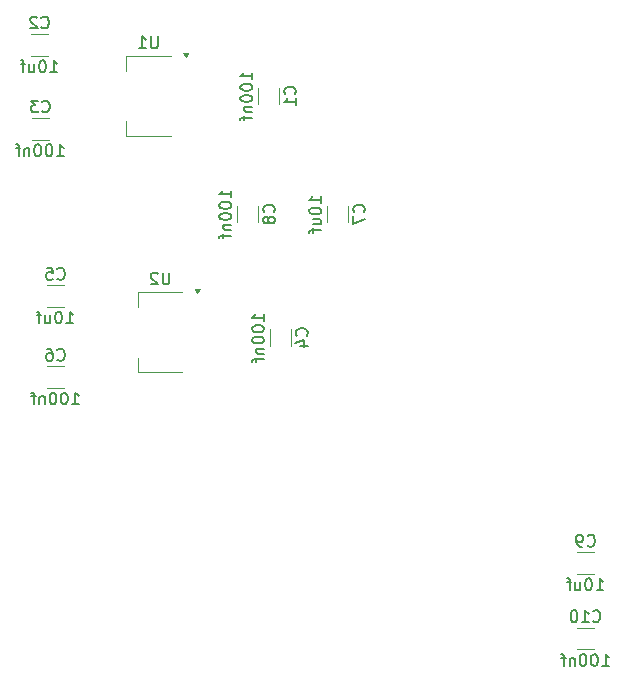
<source format=gbr>
%TF.GenerationSoftware,KiCad,Pcbnew,8.0.3*%
%TF.CreationDate,2024-11-03T20:36:31+01:00*%
%TF.ProjectId,weerstation-power,77656572-7374-4617-9469-6f6e2d706f77,rev?*%
%TF.SameCoordinates,Original*%
%TF.FileFunction,Legend,Bot*%
%TF.FilePolarity,Positive*%
%FSLAX46Y46*%
G04 Gerber Fmt 4.6, Leading zero omitted, Abs format (unit mm)*
G04 Created by KiCad (PCBNEW 8.0.3) date 2024-11-03 20:36:31*
%MOMM*%
%LPD*%
G01*
G04 APERTURE LIST*
%ADD10C,0.150000*%
%ADD11C,0.120000*%
G04 APERTURE END LIST*
D10*
X62209580Y-55833333D02*
X62257200Y-55785714D01*
X62257200Y-55785714D02*
X62304819Y-55642857D01*
X62304819Y-55642857D02*
X62304819Y-55547619D01*
X62304819Y-55547619D02*
X62257200Y-55404762D01*
X62257200Y-55404762D02*
X62161961Y-55309524D01*
X62161961Y-55309524D02*
X62066723Y-55261905D01*
X62066723Y-55261905D02*
X61876247Y-55214286D01*
X61876247Y-55214286D02*
X61733390Y-55214286D01*
X61733390Y-55214286D02*
X61542914Y-55261905D01*
X61542914Y-55261905D02*
X61447676Y-55309524D01*
X61447676Y-55309524D02*
X61352438Y-55404762D01*
X61352438Y-55404762D02*
X61304819Y-55547619D01*
X61304819Y-55547619D02*
X61304819Y-55642857D01*
X61304819Y-55642857D02*
X61352438Y-55785714D01*
X61352438Y-55785714D02*
X61400057Y-55833333D01*
X61304819Y-56166667D02*
X61304819Y-56833333D01*
X61304819Y-56833333D02*
X62304819Y-56404762D01*
X58604819Y-55071428D02*
X58604819Y-54500000D01*
X58604819Y-54785714D02*
X57604819Y-54785714D01*
X57604819Y-54785714D02*
X57747676Y-54690476D01*
X57747676Y-54690476D02*
X57842914Y-54595238D01*
X57842914Y-54595238D02*
X57890533Y-54500000D01*
X57604819Y-55690476D02*
X57604819Y-55785714D01*
X57604819Y-55785714D02*
X57652438Y-55880952D01*
X57652438Y-55880952D02*
X57700057Y-55928571D01*
X57700057Y-55928571D02*
X57795295Y-55976190D01*
X57795295Y-55976190D02*
X57985771Y-56023809D01*
X57985771Y-56023809D02*
X58223866Y-56023809D01*
X58223866Y-56023809D02*
X58414342Y-55976190D01*
X58414342Y-55976190D02*
X58509580Y-55928571D01*
X58509580Y-55928571D02*
X58557200Y-55880952D01*
X58557200Y-55880952D02*
X58604819Y-55785714D01*
X58604819Y-55785714D02*
X58604819Y-55690476D01*
X58604819Y-55690476D02*
X58557200Y-55595238D01*
X58557200Y-55595238D02*
X58509580Y-55547619D01*
X58509580Y-55547619D02*
X58414342Y-55500000D01*
X58414342Y-55500000D02*
X58223866Y-55452381D01*
X58223866Y-55452381D02*
X57985771Y-55452381D01*
X57985771Y-55452381D02*
X57795295Y-55500000D01*
X57795295Y-55500000D02*
X57700057Y-55547619D01*
X57700057Y-55547619D02*
X57652438Y-55595238D01*
X57652438Y-55595238D02*
X57604819Y-55690476D01*
X57938152Y-56880952D02*
X58604819Y-56880952D01*
X57938152Y-56452381D02*
X58461961Y-56452381D01*
X58461961Y-56452381D02*
X58557200Y-56500000D01*
X58557200Y-56500000D02*
X58604819Y-56595238D01*
X58604819Y-56595238D02*
X58604819Y-56738095D01*
X58604819Y-56738095D02*
X58557200Y-56833333D01*
X58557200Y-56833333D02*
X58509580Y-56880952D01*
X57938152Y-57214286D02*
X57938152Y-57595238D01*
X58604819Y-57357143D02*
X57747676Y-57357143D01*
X57747676Y-57357143D02*
X57652438Y-57404762D01*
X57652438Y-57404762D02*
X57604819Y-57500000D01*
X57604819Y-57500000D02*
X57604819Y-57595238D01*
X34920666Y-40191580D02*
X34968285Y-40239200D01*
X34968285Y-40239200D02*
X35111142Y-40286819D01*
X35111142Y-40286819D02*
X35206380Y-40286819D01*
X35206380Y-40286819D02*
X35349237Y-40239200D01*
X35349237Y-40239200D02*
X35444475Y-40143961D01*
X35444475Y-40143961D02*
X35492094Y-40048723D01*
X35492094Y-40048723D02*
X35539713Y-39858247D01*
X35539713Y-39858247D02*
X35539713Y-39715390D01*
X35539713Y-39715390D02*
X35492094Y-39524914D01*
X35492094Y-39524914D02*
X35444475Y-39429676D01*
X35444475Y-39429676D02*
X35349237Y-39334438D01*
X35349237Y-39334438D02*
X35206380Y-39286819D01*
X35206380Y-39286819D02*
X35111142Y-39286819D01*
X35111142Y-39286819D02*
X34968285Y-39334438D01*
X34968285Y-39334438D02*
X34920666Y-39382057D01*
X34539713Y-39382057D02*
X34492094Y-39334438D01*
X34492094Y-39334438D02*
X34396856Y-39286819D01*
X34396856Y-39286819D02*
X34158761Y-39286819D01*
X34158761Y-39286819D02*
X34063523Y-39334438D01*
X34063523Y-39334438D02*
X34015904Y-39382057D01*
X34015904Y-39382057D02*
X33968285Y-39477295D01*
X33968285Y-39477295D02*
X33968285Y-39572533D01*
X33968285Y-39572533D02*
X34015904Y-39715390D01*
X34015904Y-39715390D02*
X34587332Y-40286819D01*
X34587332Y-40286819D02*
X33968285Y-40286819D01*
X35682571Y-43986819D02*
X36253999Y-43986819D01*
X35968285Y-43986819D02*
X35968285Y-42986819D01*
X35968285Y-42986819D02*
X36063523Y-43129676D01*
X36063523Y-43129676D02*
X36158761Y-43224914D01*
X36158761Y-43224914D02*
X36253999Y-43272533D01*
X35063523Y-42986819D02*
X34968285Y-42986819D01*
X34968285Y-42986819D02*
X34873047Y-43034438D01*
X34873047Y-43034438D02*
X34825428Y-43082057D01*
X34825428Y-43082057D02*
X34777809Y-43177295D01*
X34777809Y-43177295D02*
X34730190Y-43367771D01*
X34730190Y-43367771D02*
X34730190Y-43605866D01*
X34730190Y-43605866D02*
X34777809Y-43796342D01*
X34777809Y-43796342D02*
X34825428Y-43891580D01*
X34825428Y-43891580D02*
X34873047Y-43939200D01*
X34873047Y-43939200D02*
X34968285Y-43986819D01*
X34968285Y-43986819D02*
X35063523Y-43986819D01*
X35063523Y-43986819D02*
X35158761Y-43939200D01*
X35158761Y-43939200D02*
X35206380Y-43891580D01*
X35206380Y-43891580D02*
X35253999Y-43796342D01*
X35253999Y-43796342D02*
X35301618Y-43605866D01*
X35301618Y-43605866D02*
X35301618Y-43367771D01*
X35301618Y-43367771D02*
X35253999Y-43177295D01*
X35253999Y-43177295D02*
X35206380Y-43082057D01*
X35206380Y-43082057D02*
X35158761Y-43034438D01*
X35158761Y-43034438D02*
X35063523Y-42986819D01*
X33873047Y-43320152D02*
X33873047Y-43986819D01*
X34301618Y-43320152D02*
X34301618Y-43843961D01*
X34301618Y-43843961D02*
X34253999Y-43939200D01*
X34253999Y-43939200D02*
X34158761Y-43986819D01*
X34158761Y-43986819D02*
X34015904Y-43986819D01*
X34015904Y-43986819D02*
X33920666Y-43939200D01*
X33920666Y-43939200D02*
X33873047Y-43891580D01*
X33539713Y-43320152D02*
X33158761Y-43320152D01*
X33396856Y-43986819D02*
X33396856Y-43129676D01*
X33396856Y-43129676D02*
X33349237Y-43034438D01*
X33349237Y-43034438D02*
X33253999Y-42986819D01*
X33253999Y-42986819D02*
X33158761Y-42986819D01*
X36276666Y-61461580D02*
X36324285Y-61509200D01*
X36324285Y-61509200D02*
X36467142Y-61556819D01*
X36467142Y-61556819D02*
X36562380Y-61556819D01*
X36562380Y-61556819D02*
X36705237Y-61509200D01*
X36705237Y-61509200D02*
X36800475Y-61413961D01*
X36800475Y-61413961D02*
X36848094Y-61318723D01*
X36848094Y-61318723D02*
X36895713Y-61128247D01*
X36895713Y-61128247D02*
X36895713Y-60985390D01*
X36895713Y-60985390D02*
X36848094Y-60794914D01*
X36848094Y-60794914D02*
X36800475Y-60699676D01*
X36800475Y-60699676D02*
X36705237Y-60604438D01*
X36705237Y-60604438D02*
X36562380Y-60556819D01*
X36562380Y-60556819D02*
X36467142Y-60556819D01*
X36467142Y-60556819D02*
X36324285Y-60604438D01*
X36324285Y-60604438D02*
X36276666Y-60652057D01*
X35371904Y-60556819D02*
X35848094Y-60556819D01*
X35848094Y-60556819D02*
X35895713Y-61033009D01*
X35895713Y-61033009D02*
X35848094Y-60985390D01*
X35848094Y-60985390D02*
X35752856Y-60937771D01*
X35752856Y-60937771D02*
X35514761Y-60937771D01*
X35514761Y-60937771D02*
X35419523Y-60985390D01*
X35419523Y-60985390D02*
X35371904Y-61033009D01*
X35371904Y-61033009D02*
X35324285Y-61128247D01*
X35324285Y-61128247D02*
X35324285Y-61366342D01*
X35324285Y-61366342D02*
X35371904Y-61461580D01*
X35371904Y-61461580D02*
X35419523Y-61509200D01*
X35419523Y-61509200D02*
X35514761Y-61556819D01*
X35514761Y-61556819D02*
X35752856Y-61556819D01*
X35752856Y-61556819D02*
X35848094Y-61509200D01*
X35848094Y-61509200D02*
X35895713Y-61461580D01*
X37038571Y-65256819D02*
X37609999Y-65256819D01*
X37324285Y-65256819D02*
X37324285Y-64256819D01*
X37324285Y-64256819D02*
X37419523Y-64399676D01*
X37419523Y-64399676D02*
X37514761Y-64494914D01*
X37514761Y-64494914D02*
X37609999Y-64542533D01*
X36419523Y-64256819D02*
X36324285Y-64256819D01*
X36324285Y-64256819D02*
X36229047Y-64304438D01*
X36229047Y-64304438D02*
X36181428Y-64352057D01*
X36181428Y-64352057D02*
X36133809Y-64447295D01*
X36133809Y-64447295D02*
X36086190Y-64637771D01*
X36086190Y-64637771D02*
X36086190Y-64875866D01*
X36086190Y-64875866D02*
X36133809Y-65066342D01*
X36133809Y-65066342D02*
X36181428Y-65161580D01*
X36181428Y-65161580D02*
X36229047Y-65209200D01*
X36229047Y-65209200D02*
X36324285Y-65256819D01*
X36324285Y-65256819D02*
X36419523Y-65256819D01*
X36419523Y-65256819D02*
X36514761Y-65209200D01*
X36514761Y-65209200D02*
X36562380Y-65161580D01*
X36562380Y-65161580D02*
X36609999Y-65066342D01*
X36609999Y-65066342D02*
X36657618Y-64875866D01*
X36657618Y-64875866D02*
X36657618Y-64637771D01*
X36657618Y-64637771D02*
X36609999Y-64447295D01*
X36609999Y-64447295D02*
X36562380Y-64352057D01*
X36562380Y-64352057D02*
X36514761Y-64304438D01*
X36514761Y-64304438D02*
X36419523Y-64256819D01*
X35229047Y-64590152D02*
X35229047Y-65256819D01*
X35657618Y-64590152D02*
X35657618Y-65113961D01*
X35657618Y-65113961D02*
X35609999Y-65209200D01*
X35609999Y-65209200D02*
X35514761Y-65256819D01*
X35514761Y-65256819D02*
X35371904Y-65256819D01*
X35371904Y-65256819D02*
X35276666Y-65209200D01*
X35276666Y-65209200D02*
X35229047Y-65161580D01*
X34895713Y-64590152D02*
X34514761Y-64590152D01*
X34752856Y-65256819D02*
X34752856Y-64399676D01*
X34752856Y-64399676D02*
X34705237Y-64304438D01*
X34705237Y-64304438D02*
X34609999Y-64256819D01*
X34609999Y-64256819D02*
X34514761Y-64256819D01*
X44761904Y-40954819D02*
X44761904Y-41764342D01*
X44761904Y-41764342D02*
X44714285Y-41859580D01*
X44714285Y-41859580D02*
X44666666Y-41907200D01*
X44666666Y-41907200D02*
X44571428Y-41954819D01*
X44571428Y-41954819D02*
X44380952Y-41954819D01*
X44380952Y-41954819D02*
X44285714Y-41907200D01*
X44285714Y-41907200D02*
X44238095Y-41859580D01*
X44238095Y-41859580D02*
X44190476Y-41764342D01*
X44190476Y-41764342D02*
X44190476Y-40954819D01*
X43190476Y-41954819D02*
X43761904Y-41954819D01*
X43476190Y-41954819D02*
X43476190Y-40954819D01*
X43476190Y-40954819D02*
X43571428Y-41097676D01*
X43571428Y-41097676D02*
X43666666Y-41192914D01*
X43666666Y-41192914D02*
X43761904Y-41240533D01*
X54589580Y-55833333D02*
X54637200Y-55785714D01*
X54637200Y-55785714D02*
X54684819Y-55642857D01*
X54684819Y-55642857D02*
X54684819Y-55547619D01*
X54684819Y-55547619D02*
X54637200Y-55404762D01*
X54637200Y-55404762D02*
X54541961Y-55309524D01*
X54541961Y-55309524D02*
X54446723Y-55261905D01*
X54446723Y-55261905D02*
X54256247Y-55214286D01*
X54256247Y-55214286D02*
X54113390Y-55214286D01*
X54113390Y-55214286D02*
X53922914Y-55261905D01*
X53922914Y-55261905D02*
X53827676Y-55309524D01*
X53827676Y-55309524D02*
X53732438Y-55404762D01*
X53732438Y-55404762D02*
X53684819Y-55547619D01*
X53684819Y-55547619D02*
X53684819Y-55642857D01*
X53684819Y-55642857D02*
X53732438Y-55785714D01*
X53732438Y-55785714D02*
X53780057Y-55833333D01*
X54113390Y-56404762D02*
X54065771Y-56309524D01*
X54065771Y-56309524D02*
X54018152Y-56261905D01*
X54018152Y-56261905D02*
X53922914Y-56214286D01*
X53922914Y-56214286D02*
X53875295Y-56214286D01*
X53875295Y-56214286D02*
X53780057Y-56261905D01*
X53780057Y-56261905D02*
X53732438Y-56309524D01*
X53732438Y-56309524D02*
X53684819Y-56404762D01*
X53684819Y-56404762D02*
X53684819Y-56595238D01*
X53684819Y-56595238D02*
X53732438Y-56690476D01*
X53732438Y-56690476D02*
X53780057Y-56738095D01*
X53780057Y-56738095D02*
X53875295Y-56785714D01*
X53875295Y-56785714D02*
X53922914Y-56785714D01*
X53922914Y-56785714D02*
X54018152Y-56738095D01*
X54018152Y-56738095D02*
X54065771Y-56690476D01*
X54065771Y-56690476D02*
X54113390Y-56595238D01*
X54113390Y-56595238D02*
X54113390Y-56404762D01*
X54113390Y-56404762D02*
X54161009Y-56309524D01*
X54161009Y-56309524D02*
X54208628Y-56261905D01*
X54208628Y-56261905D02*
X54303866Y-56214286D01*
X54303866Y-56214286D02*
X54494342Y-56214286D01*
X54494342Y-56214286D02*
X54589580Y-56261905D01*
X54589580Y-56261905D02*
X54637200Y-56309524D01*
X54637200Y-56309524D02*
X54684819Y-56404762D01*
X54684819Y-56404762D02*
X54684819Y-56595238D01*
X54684819Y-56595238D02*
X54637200Y-56690476D01*
X54637200Y-56690476D02*
X54589580Y-56738095D01*
X54589580Y-56738095D02*
X54494342Y-56785714D01*
X54494342Y-56785714D02*
X54303866Y-56785714D01*
X54303866Y-56785714D02*
X54208628Y-56738095D01*
X54208628Y-56738095D02*
X54161009Y-56690476D01*
X54161009Y-56690476D02*
X54113390Y-56595238D01*
X50984819Y-54595237D02*
X50984819Y-54023809D01*
X50984819Y-54309523D02*
X49984819Y-54309523D01*
X49984819Y-54309523D02*
X50127676Y-54214285D01*
X50127676Y-54214285D02*
X50222914Y-54119047D01*
X50222914Y-54119047D02*
X50270533Y-54023809D01*
X49984819Y-55214285D02*
X49984819Y-55309523D01*
X49984819Y-55309523D02*
X50032438Y-55404761D01*
X50032438Y-55404761D02*
X50080057Y-55452380D01*
X50080057Y-55452380D02*
X50175295Y-55499999D01*
X50175295Y-55499999D02*
X50365771Y-55547618D01*
X50365771Y-55547618D02*
X50603866Y-55547618D01*
X50603866Y-55547618D02*
X50794342Y-55499999D01*
X50794342Y-55499999D02*
X50889580Y-55452380D01*
X50889580Y-55452380D02*
X50937200Y-55404761D01*
X50937200Y-55404761D02*
X50984819Y-55309523D01*
X50984819Y-55309523D02*
X50984819Y-55214285D01*
X50984819Y-55214285D02*
X50937200Y-55119047D01*
X50937200Y-55119047D02*
X50889580Y-55071428D01*
X50889580Y-55071428D02*
X50794342Y-55023809D01*
X50794342Y-55023809D02*
X50603866Y-54976190D01*
X50603866Y-54976190D02*
X50365771Y-54976190D01*
X50365771Y-54976190D02*
X50175295Y-55023809D01*
X50175295Y-55023809D02*
X50080057Y-55071428D01*
X50080057Y-55071428D02*
X50032438Y-55119047D01*
X50032438Y-55119047D02*
X49984819Y-55214285D01*
X49984819Y-56166666D02*
X49984819Y-56261904D01*
X49984819Y-56261904D02*
X50032438Y-56357142D01*
X50032438Y-56357142D02*
X50080057Y-56404761D01*
X50080057Y-56404761D02*
X50175295Y-56452380D01*
X50175295Y-56452380D02*
X50365771Y-56499999D01*
X50365771Y-56499999D02*
X50603866Y-56499999D01*
X50603866Y-56499999D02*
X50794342Y-56452380D01*
X50794342Y-56452380D02*
X50889580Y-56404761D01*
X50889580Y-56404761D02*
X50937200Y-56357142D01*
X50937200Y-56357142D02*
X50984819Y-56261904D01*
X50984819Y-56261904D02*
X50984819Y-56166666D01*
X50984819Y-56166666D02*
X50937200Y-56071428D01*
X50937200Y-56071428D02*
X50889580Y-56023809D01*
X50889580Y-56023809D02*
X50794342Y-55976190D01*
X50794342Y-55976190D02*
X50603866Y-55928571D01*
X50603866Y-55928571D02*
X50365771Y-55928571D01*
X50365771Y-55928571D02*
X50175295Y-55976190D01*
X50175295Y-55976190D02*
X50080057Y-56023809D01*
X50080057Y-56023809D02*
X50032438Y-56071428D01*
X50032438Y-56071428D02*
X49984819Y-56166666D01*
X50318152Y-56928571D02*
X50984819Y-56928571D01*
X50413390Y-56928571D02*
X50365771Y-56976190D01*
X50365771Y-56976190D02*
X50318152Y-57071428D01*
X50318152Y-57071428D02*
X50318152Y-57214285D01*
X50318152Y-57214285D02*
X50365771Y-57309523D01*
X50365771Y-57309523D02*
X50461009Y-57357142D01*
X50461009Y-57357142D02*
X50984819Y-57357142D01*
X50318152Y-57690476D02*
X50318152Y-58071428D01*
X50984819Y-57833333D02*
X50127676Y-57833333D01*
X50127676Y-57833333D02*
X50032438Y-57880952D01*
X50032438Y-57880952D02*
X49984819Y-57976190D01*
X49984819Y-57976190D02*
X49984819Y-58071428D01*
X57369580Y-66293333D02*
X57417200Y-66245714D01*
X57417200Y-66245714D02*
X57464819Y-66102857D01*
X57464819Y-66102857D02*
X57464819Y-66007619D01*
X57464819Y-66007619D02*
X57417200Y-65864762D01*
X57417200Y-65864762D02*
X57321961Y-65769524D01*
X57321961Y-65769524D02*
X57226723Y-65721905D01*
X57226723Y-65721905D02*
X57036247Y-65674286D01*
X57036247Y-65674286D02*
X56893390Y-65674286D01*
X56893390Y-65674286D02*
X56702914Y-65721905D01*
X56702914Y-65721905D02*
X56607676Y-65769524D01*
X56607676Y-65769524D02*
X56512438Y-65864762D01*
X56512438Y-65864762D02*
X56464819Y-66007619D01*
X56464819Y-66007619D02*
X56464819Y-66102857D01*
X56464819Y-66102857D02*
X56512438Y-66245714D01*
X56512438Y-66245714D02*
X56560057Y-66293333D01*
X56798152Y-67150476D02*
X57464819Y-67150476D01*
X56417200Y-66912381D02*
X57131485Y-66674286D01*
X57131485Y-66674286D02*
X57131485Y-67293333D01*
X53764819Y-65055237D02*
X53764819Y-64483809D01*
X53764819Y-64769523D02*
X52764819Y-64769523D01*
X52764819Y-64769523D02*
X52907676Y-64674285D01*
X52907676Y-64674285D02*
X53002914Y-64579047D01*
X53002914Y-64579047D02*
X53050533Y-64483809D01*
X52764819Y-65674285D02*
X52764819Y-65769523D01*
X52764819Y-65769523D02*
X52812438Y-65864761D01*
X52812438Y-65864761D02*
X52860057Y-65912380D01*
X52860057Y-65912380D02*
X52955295Y-65959999D01*
X52955295Y-65959999D02*
X53145771Y-66007618D01*
X53145771Y-66007618D02*
X53383866Y-66007618D01*
X53383866Y-66007618D02*
X53574342Y-65959999D01*
X53574342Y-65959999D02*
X53669580Y-65912380D01*
X53669580Y-65912380D02*
X53717200Y-65864761D01*
X53717200Y-65864761D02*
X53764819Y-65769523D01*
X53764819Y-65769523D02*
X53764819Y-65674285D01*
X53764819Y-65674285D02*
X53717200Y-65579047D01*
X53717200Y-65579047D02*
X53669580Y-65531428D01*
X53669580Y-65531428D02*
X53574342Y-65483809D01*
X53574342Y-65483809D02*
X53383866Y-65436190D01*
X53383866Y-65436190D02*
X53145771Y-65436190D01*
X53145771Y-65436190D02*
X52955295Y-65483809D01*
X52955295Y-65483809D02*
X52860057Y-65531428D01*
X52860057Y-65531428D02*
X52812438Y-65579047D01*
X52812438Y-65579047D02*
X52764819Y-65674285D01*
X52764819Y-66626666D02*
X52764819Y-66721904D01*
X52764819Y-66721904D02*
X52812438Y-66817142D01*
X52812438Y-66817142D02*
X52860057Y-66864761D01*
X52860057Y-66864761D02*
X52955295Y-66912380D01*
X52955295Y-66912380D02*
X53145771Y-66959999D01*
X53145771Y-66959999D02*
X53383866Y-66959999D01*
X53383866Y-66959999D02*
X53574342Y-66912380D01*
X53574342Y-66912380D02*
X53669580Y-66864761D01*
X53669580Y-66864761D02*
X53717200Y-66817142D01*
X53717200Y-66817142D02*
X53764819Y-66721904D01*
X53764819Y-66721904D02*
X53764819Y-66626666D01*
X53764819Y-66626666D02*
X53717200Y-66531428D01*
X53717200Y-66531428D02*
X53669580Y-66483809D01*
X53669580Y-66483809D02*
X53574342Y-66436190D01*
X53574342Y-66436190D02*
X53383866Y-66388571D01*
X53383866Y-66388571D02*
X53145771Y-66388571D01*
X53145771Y-66388571D02*
X52955295Y-66436190D01*
X52955295Y-66436190D02*
X52860057Y-66483809D01*
X52860057Y-66483809D02*
X52812438Y-66531428D01*
X52812438Y-66531428D02*
X52764819Y-66626666D01*
X53098152Y-67388571D02*
X53764819Y-67388571D01*
X53193390Y-67388571D02*
X53145771Y-67436190D01*
X53145771Y-67436190D02*
X53098152Y-67531428D01*
X53098152Y-67531428D02*
X53098152Y-67674285D01*
X53098152Y-67674285D02*
X53145771Y-67769523D01*
X53145771Y-67769523D02*
X53241009Y-67817142D01*
X53241009Y-67817142D02*
X53764819Y-67817142D01*
X53098152Y-68150476D02*
X53098152Y-68531428D01*
X53764819Y-68293333D02*
X52907676Y-68293333D01*
X52907676Y-68293333D02*
X52812438Y-68340952D01*
X52812438Y-68340952D02*
X52764819Y-68436190D01*
X52764819Y-68436190D02*
X52764819Y-68531428D01*
X45761904Y-60954819D02*
X45761904Y-61764342D01*
X45761904Y-61764342D02*
X45714285Y-61859580D01*
X45714285Y-61859580D02*
X45666666Y-61907200D01*
X45666666Y-61907200D02*
X45571428Y-61954819D01*
X45571428Y-61954819D02*
X45380952Y-61954819D01*
X45380952Y-61954819D02*
X45285714Y-61907200D01*
X45285714Y-61907200D02*
X45238095Y-61859580D01*
X45238095Y-61859580D02*
X45190476Y-61764342D01*
X45190476Y-61764342D02*
X45190476Y-60954819D01*
X44761904Y-61050057D02*
X44714285Y-61002438D01*
X44714285Y-61002438D02*
X44619047Y-60954819D01*
X44619047Y-60954819D02*
X44380952Y-60954819D01*
X44380952Y-60954819D02*
X44285714Y-61002438D01*
X44285714Y-61002438D02*
X44238095Y-61050057D01*
X44238095Y-61050057D02*
X44190476Y-61145295D01*
X44190476Y-61145295D02*
X44190476Y-61240533D01*
X44190476Y-61240533D02*
X44238095Y-61383390D01*
X44238095Y-61383390D02*
X44809523Y-61954819D01*
X44809523Y-61954819D02*
X44190476Y-61954819D01*
X36276666Y-68319580D02*
X36324285Y-68367200D01*
X36324285Y-68367200D02*
X36467142Y-68414819D01*
X36467142Y-68414819D02*
X36562380Y-68414819D01*
X36562380Y-68414819D02*
X36705237Y-68367200D01*
X36705237Y-68367200D02*
X36800475Y-68271961D01*
X36800475Y-68271961D02*
X36848094Y-68176723D01*
X36848094Y-68176723D02*
X36895713Y-67986247D01*
X36895713Y-67986247D02*
X36895713Y-67843390D01*
X36895713Y-67843390D02*
X36848094Y-67652914D01*
X36848094Y-67652914D02*
X36800475Y-67557676D01*
X36800475Y-67557676D02*
X36705237Y-67462438D01*
X36705237Y-67462438D02*
X36562380Y-67414819D01*
X36562380Y-67414819D02*
X36467142Y-67414819D01*
X36467142Y-67414819D02*
X36324285Y-67462438D01*
X36324285Y-67462438D02*
X36276666Y-67510057D01*
X35419523Y-67414819D02*
X35609999Y-67414819D01*
X35609999Y-67414819D02*
X35705237Y-67462438D01*
X35705237Y-67462438D02*
X35752856Y-67510057D01*
X35752856Y-67510057D02*
X35848094Y-67652914D01*
X35848094Y-67652914D02*
X35895713Y-67843390D01*
X35895713Y-67843390D02*
X35895713Y-68224342D01*
X35895713Y-68224342D02*
X35848094Y-68319580D01*
X35848094Y-68319580D02*
X35800475Y-68367200D01*
X35800475Y-68367200D02*
X35705237Y-68414819D01*
X35705237Y-68414819D02*
X35514761Y-68414819D01*
X35514761Y-68414819D02*
X35419523Y-68367200D01*
X35419523Y-68367200D02*
X35371904Y-68319580D01*
X35371904Y-68319580D02*
X35324285Y-68224342D01*
X35324285Y-68224342D02*
X35324285Y-67986247D01*
X35324285Y-67986247D02*
X35371904Y-67891009D01*
X35371904Y-67891009D02*
X35419523Y-67843390D01*
X35419523Y-67843390D02*
X35514761Y-67795771D01*
X35514761Y-67795771D02*
X35705237Y-67795771D01*
X35705237Y-67795771D02*
X35800475Y-67843390D01*
X35800475Y-67843390D02*
X35848094Y-67891009D01*
X35848094Y-67891009D02*
X35895713Y-67986247D01*
X37514762Y-72114819D02*
X38086190Y-72114819D01*
X37800476Y-72114819D02*
X37800476Y-71114819D01*
X37800476Y-71114819D02*
X37895714Y-71257676D01*
X37895714Y-71257676D02*
X37990952Y-71352914D01*
X37990952Y-71352914D02*
X38086190Y-71400533D01*
X36895714Y-71114819D02*
X36800476Y-71114819D01*
X36800476Y-71114819D02*
X36705238Y-71162438D01*
X36705238Y-71162438D02*
X36657619Y-71210057D01*
X36657619Y-71210057D02*
X36610000Y-71305295D01*
X36610000Y-71305295D02*
X36562381Y-71495771D01*
X36562381Y-71495771D02*
X36562381Y-71733866D01*
X36562381Y-71733866D02*
X36610000Y-71924342D01*
X36610000Y-71924342D02*
X36657619Y-72019580D01*
X36657619Y-72019580D02*
X36705238Y-72067200D01*
X36705238Y-72067200D02*
X36800476Y-72114819D01*
X36800476Y-72114819D02*
X36895714Y-72114819D01*
X36895714Y-72114819D02*
X36990952Y-72067200D01*
X36990952Y-72067200D02*
X37038571Y-72019580D01*
X37038571Y-72019580D02*
X37086190Y-71924342D01*
X37086190Y-71924342D02*
X37133809Y-71733866D01*
X37133809Y-71733866D02*
X37133809Y-71495771D01*
X37133809Y-71495771D02*
X37086190Y-71305295D01*
X37086190Y-71305295D02*
X37038571Y-71210057D01*
X37038571Y-71210057D02*
X36990952Y-71162438D01*
X36990952Y-71162438D02*
X36895714Y-71114819D01*
X35943333Y-71114819D02*
X35848095Y-71114819D01*
X35848095Y-71114819D02*
X35752857Y-71162438D01*
X35752857Y-71162438D02*
X35705238Y-71210057D01*
X35705238Y-71210057D02*
X35657619Y-71305295D01*
X35657619Y-71305295D02*
X35610000Y-71495771D01*
X35610000Y-71495771D02*
X35610000Y-71733866D01*
X35610000Y-71733866D02*
X35657619Y-71924342D01*
X35657619Y-71924342D02*
X35705238Y-72019580D01*
X35705238Y-72019580D02*
X35752857Y-72067200D01*
X35752857Y-72067200D02*
X35848095Y-72114819D01*
X35848095Y-72114819D02*
X35943333Y-72114819D01*
X35943333Y-72114819D02*
X36038571Y-72067200D01*
X36038571Y-72067200D02*
X36086190Y-72019580D01*
X36086190Y-72019580D02*
X36133809Y-71924342D01*
X36133809Y-71924342D02*
X36181428Y-71733866D01*
X36181428Y-71733866D02*
X36181428Y-71495771D01*
X36181428Y-71495771D02*
X36133809Y-71305295D01*
X36133809Y-71305295D02*
X36086190Y-71210057D01*
X36086190Y-71210057D02*
X36038571Y-71162438D01*
X36038571Y-71162438D02*
X35943333Y-71114819D01*
X35181428Y-71448152D02*
X35181428Y-72114819D01*
X35181428Y-71543390D02*
X35133809Y-71495771D01*
X35133809Y-71495771D02*
X35038571Y-71448152D01*
X35038571Y-71448152D02*
X34895714Y-71448152D01*
X34895714Y-71448152D02*
X34800476Y-71495771D01*
X34800476Y-71495771D02*
X34752857Y-71591009D01*
X34752857Y-71591009D02*
X34752857Y-72114819D01*
X34419523Y-71448152D02*
X34038571Y-71448152D01*
X34276666Y-72114819D02*
X34276666Y-71257676D01*
X34276666Y-71257676D02*
X34229047Y-71162438D01*
X34229047Y-71162438D02*
X34133809Y-71114819D01*
X34133809Y-71114819D02*
X34038571Y-71114819D01*
X34984166Y-47303580D02*
X35031785Y-47351200D01*
X35031785Y-47351200D02*
X35174642Y-47398819D01*
X35174642Y-47398819D02*
X35269880Y-47398819D01*
X35269880Y-47398819D02*
X35412737Y-47351200D01*
X35412737Y-47351200D02*
X35507975Y-47255961D01*
X35507975Y-47255961D02*
X35555594Y-47160723D01*
X35555594Y-47160723D02*
X35603213Y-46970247D01*
X35603213Y-46970247D02*
X35603213Y-46827390D01*
X35603213Y-46827390D02*
X35555594Y-46636914D01*
X35555594Y-46636914D02*
X35507975Y-46541676D01*
X35507975Y-46541676D02*
X35412737Y-46446438D01*
X35412737Y-46446438D02*
X35269880Y-46398819D01*
X35269880Y-46398819D02*
X35174642Y-46398819D01*
X35174642Y-46398819D02*
X35031785Y-46446438D01*
X35031785Y-46446438D02*
X34984166Y-46494057D01*
X34650832Y-46398819D02*
X34031785Y-46398819D01*
X34031785Y-46398819D02*
X34365118Y-46779771D01*
X34365118Y-46779771D02*
X34222261Y-46779771D01*
X34222261Y-46779771D02*
X34127023Y-46827390D01*
X34127023Y-46827390D02*
X34079404Y-46875009D01*
X34079404Y-46875009D02*
X34031785Y-46970247D01*
X34031785Y-46970247D02*
X34031785Y-47208342D01*
X34031785Y-47208342D02*
X34079404Y-47303580D01*
X34079404Y-47303580D02*
X34127023Y-47351200D01*
X34127023Y-47351200D02*
X34222261Y-47398819D01*
X34222261Y-47398819D02*
X34507975Y-47398819D01*
X34507975Y-47398819D02*
X34603213Y-47351200D01*
X34603213Y-47351200D02*
X34650832Y-47303580D01*
X36222262Y-51098819D02*
X36793690Y-51098819D01*
X36507976Y-51098819D02*
X36507976Y-50098819D01*
X36507976Y-50098819D02*
X36603214Y-50241676D01*
X36603214Y-50241676D02*
X36698452Y-50336914D01*
X36698452Y-50336914D02*
X36793690Y-50384533D01*
X35603214Y-50098819D02*
X35507976Y-50098819D01*
X35507976Y-50098819D02*
X35412738Y-50146438D01*
X35412738Y-50146438D02*
X35365119Y-50194057D01*
X35365119Y-50194057D02*
X35317500Y-50289295D01*
X35317500Y-50289295D02*
X35269881Y-50479771D01*
X35269881Y-50479771D02*
X35269881Y-50717866D01*
X35269881Y-50717866D02*
X35317500Y-50908342D01*
X35317500Y-50908342D02*
X35365119Y-51003580D01*
X35365119Y-51003580D02*
X35412738Y-51051200D01*
X35412738Y-51051200D02*
X35507976Y-51098819D01*
X35507976Y-51098819D02*
X35603214Y-51098819D01*
X35603214Y-51098819D02*
X35698452Y-51051200D01*
X35698452Y-51051200D02*
X35746071Y-51003580D01*
X35746071Y-51003580D02*
X35793690Y-50908342D01*
X35793690Y-50908342D02*
X35841309Y-50717866D01*
X35841309Y-50717866D02*
X35841309Y-50479771D01*
X35841309Y-50479771D02*
X35793690Y-50289295D01*
X35793690Y-50289295D02*
X35746071Y-50194057D01*
X35746071Y-50194057D02*
X35698452Y-50146438D01*
X35698452Y-50146438D02*
X35603214Y-50098819D01*
X34650833Y-50098819D02*
X34555595Y-50098819D01*
X34555595Y-50098819D02*
X34460357Y-50146438D01*
X34460357Y-50146438D02*
X34412738Y-50194057D01*
X34412738Y-50194057D02*
X34365119Y-50289295D01*
X34365119Y-50289295D02*
X34317500Y-50479771D01*
X34317500Y-50479771D02*
X34317500Y-50717866D01*
X34317500Y-50717866D02*
X34365119Y-50908342D01*
X34365119Y-50908342D02*
X34412738Y-51003580D01*
X34412738Y-51003580D02*
X34460357Y-51051200D01*
X34460357Y-51051200D02*
X34555595Y-51098819D01*
X34555595Y-51098819D02*
X34650833Y-51098819D01*
X34650833Y-51098819D02*
X34746071Y-51051200D01*
X34746071Y-51051200D02*
X34793690Y-51003580D01*
X34793690Y-51003580D02*
X34841309Y-50908342D01*
X34841309Y-50908342D02*
X34888928Y-50717866D01*
X34888928Y-50717866D02*
X34888928Y-50479771D01*
X34888928Y-50479771D02*
X34841309Y-50289295D01*
X34841309Y-50289295D02*
X34793690Y-50194057D01*
X34793690Y-50194057D02*
X34746071Y-50146438D01*
X34746071Y-50146438D02*
X34650833Y-50098819D01*
X33888928Y-50432152D02*
X33888928Y-51098819D01*
X33888928Y-50527390D02*
X33841309Y-50479771D01*
X33841309Y-50479771D02*
X33746071Y-50432152D01*
X33746071Y-50432152D02*
X33603214Y-50432152D01*
X33603214Y-50432152D02*
X33507976Y-50479771D01*
X33507976Y-50479771D02*
X33460357Y-50575009D01*
X33460357Y-50575009D02*
X33460357Y-51098819D01*
X33127023Y-50432152D02*
X32746071Y-50432152D01*
X32984166Y-51098819D02*
X32984166Y-50241676D01*
X32984166Y-50241676D02*
X32936547Y-50146438D01*
X32936547Y-50146438D02*
X32841309Y-50098819D01*
X32841309Y-50098819D02*
X32746071Y-50098819D01*
X81630357Y-90457580D02*
X81677976Y-90505200D01*
X81677976Y-90505200D02*
X81820833Y-90552819D01*
X81820833Y-90552819D02*
X81916071Y-90552819D01*
X81916071Y-90552819D02*
X82058928Y-90505200D01*
X82058928Y-90505200D02*
X82154166Y-90409961D01*
X82154166Y-90409961D02*
X82201785Y-90314723D01*
X82201785Y-90314723D02*
X82249404Y-90124247D01*
X82249404Y-90124247D02*
X82249404Y-89981390D01*
X82249404Y-89981390D02*
X82201785Y-89790914D01*
X82201785Y-89790914D02*
X82154166Y-89695676D01*
X82154166Y-89695676D02*
X82058928Y-89600438D01*
X82058928Y-89600438D02*
X81916071Y-89552819D01*
X81916071Y-89552819D02*
X81820833Y-89552819D01*
X81820833Y-89552819D02*
X81677976Y-89600438D01*
X81677976Y-89600438D02*
X81630357Y-89648057D01*
X80677976Y-90552819D02*
X81249404Y-90552819D01*
X80963690Y-90552819D02*
X80963690Y-89552819D01*
X80963690Y-89552819D02*
X81058928Y-89695676D01*
X81058928Y-89695676D02*
X81154166Y-89790914D01*
X81154166Y-89790914D02*
X81249404Y-89838533D01*
X80058928Y-89552819D02*
X79963690Y-89552819D01*
X79963690Y-89552819D02*
X79868452Y-89600438D01*
X79868452Y-89600438D02*
X79820833Y-89648057D01*
X79820833Y-89648057D02*
X79773214Y-89743295D01*
X79773214Y-89743295D02*
X79725595Y-89933771D01*
X79725595Y-89933771D02*
X79725595Y-90171866D01*
X79725595Y-90171866D02*
X79773214Y-90362342D01*
X79773214Y-90362342D02*
X79820833Y-90457580D01*
X79820833Y-90457580D02*
X79868452Y-90505200D01*
X79868452Y-90505200D02*
X79963690Y-90552819D01*
X79963690Y-90552819D02*
X80058928Y-90552819D01*
X80058928Y-90552819D02*
X80154166Y-90505200D01*
X80154166Y-90505200D02*
X80201785Y-90457580D01*
X80201785Y-90457580D02*
X80249404Y-90362342D01*
X80249404Y-90362342D02*
X80297023Y-90171866D01*
X80297023Y-90171866D02*
X80297023Y-89933771D01*
X80297023Y-89933771D02*
X80249404Y-89743295D01*
X80249404Y-89743295D02*
X80201785Y-89648057D01*
X80201785Y-89648057D02*
X80154166Y-89600438D01*
X80154166Y-89600438D02*
X80058928Y-89552819D01*
X82392262Y-94252819D02*
X82963690Y-94252819D01*
X82677976Y-94252819D02*
X82677976Y-93252819D01*
X82677976Y-93252819D02*
X82773214Y-93395676D01*
X82773214Y-93395676D02*
X82868452Y-93490914D01*
X82868452Y-93490914D02*
X82963690Y-93538533D01*
X81773214Y-93252819D02*
X81677976Y-93252819D01*
X81677976Y-93252819D02*
X81582738Y-93300438D01*
X81582738Y-93300438D02*
X81535119Y-93348057D01*
X81535119Y-93348057D02*
X81487500Y-93443295D01*
X81487500Y-93443295D02*
X81439881Y-93633771D01*
X81439881Y-93633771D02*
X81439881Y-93871866D01*
X81439881Y-93871866D02*
X81487500Y-94062342D01*
X81487500Y-94062342D02*
X81535119Y-94157580D01*
X81535119Y-94157580D02*
X81582738Y-94205200D01*
X81582738Y-94205200D02*
X81677976Y-94252819D01*
X81677976Y-94252819D02*
X81773214Y-94252819D01*
X81773214Y-94252819D02*
X81868452Y-94205200D01*
X81868452Y-94205200D02*
X81916071Y-94157580D01*
X81916071Y-94157580D02*
X81963690Y-94062342D01*
X81963690Y-94062342D02*
X82011309Y-93871866D01*
X82011309Y-93871866D02*
X82011309Y-93633771D01*
X82011309Y-93633771D02*
X81963690Y-93443295D01*
X81963690Y-93443295D02*
X81916071Y-93348057D01*
X81916071Y-93348057D02*
X81868452Y-93300438D01*
X81868452Y-93300438D02*
X81773214Y-93252819D01*
X80820833Y-93252819D02*
X80725595Y-93252819D01*
X80725595Y-93252819D02*
X80630357Y-93300438D01*
X80630357Y-93300438D02*
X80582738Y-93348057D01*
X80582738Y-93348057D02*
X80535119Y-93443295D01*
X80535119Y-93443295D02*
X80487500Y-93633771D01*
X80487500Y-93633771D02*
X80487500Y-93871866D01*
X80487500Y-93871866D02*
X80535119Y-94062342D01*
X80535119Y-94062342D02*
X80582738Y-94157580D01*
X80582738Y-94157580D02*
X80630357Y-94205200D01*
X80630357Y-94205200D02*
X80725595Y-94252819D01*
X80725595Y-94252819D02*
X80820833Y-94252819D01*
X80820833Y-94252819D02*
X80916071Y-94205200D01*
X80916071Y-94205200D02*
X80963690Y-94157580D01*
X80963690Y-94157580D02*
X81011309Y-94062342D01*
X81011309Y-94062342D02*
X81058928Y-93871866D01*
X81058928Y-93871866D02*
X81058928Y-93633771D01*
X81058928Y-93633771D02*
X81011309Y-93443295D01*
X81011309Y-93443295D02*
X80963690Y-93348057D01*
X80963690Y-93348057D02*
X80916071Y-93300438D01*
X80916071Y-93300438D02*
X80820833Y-93252819D01*
X80058928Y-93586152D02*
X80058928Y-94252819D01*
X80058928Y-93681390D02*
X80011309Y-93633771D01*
X80011309Y-93633771D02*
X79916071Y-93586152D01*
X79916071Y-93586152D02*
X79773214Y-93586152D01*
X79773214Y-93586152D02*
X79677976Y-93633771D01*
X79677976Y-93633771D02*
X79630357Y-93729009D01*
X79630357Y-93729009D02*
X79630357Y-94252819D01*
X79297023Y-93586152D02*
X78916071Y-93586152D01*
X79154166Y-94252819D02*
X79154166Y-93395676D01*
X79154166Y-93395676D02*
X79106547Y-93300438D01*
X79106547Y-93300438D02*
X79011309Y-93252819D01*
X79011309Y-93252819D02*
X78916071Y-93252819D01*
X56369580Y-45833333D02*
X56417200Y-45785714D01*
X56417200Y-45785714D02*
X56464819Y-45642857D01*
X56464819Y-45642857D02*
X56464819Y-45547619D01*
X56464819Y-45547619D02*
X56417200Y-45404762D01*
X56417200Y-45404762D02*
X56321961Y-45309524D01*
X56321961Y-45309524D02*
X56226723Y-45261905D01*
X56226723Y-45261905D02*
X56036247Y-45214286D01*
X56036247Y-45214286D02*
X55893390Y-45214286D01*
X55893390Y-45214286D02*
X55702914Y-45261905D01*
X55702914Y-45261905D02*
X55607676Y-45309524D01*
X55607676Y-45309524D02*
X55512438Y-45404762D01*
X55512438Y-45404762D02*
X55464819Y-45547619D01*
X55464819Y-45547619D02*
X55464819Y-45642857D01*
X55464819Y-45642857D02*
X55512438Y-45785714D01*
X55512438Y-45785714D02*
X55560057Y-45833333D01*
X56464819Y-46785714D02*
X56464819Y-46214286D01*
X56464819Y-46500000D02*
X55464819Y-46500000D01*
X55464819Y-46500000D02*
X55607676Y-46404762D01*
X55607676Y-46404762D02*
X55702914Y-46309524D01*
X55702914Y-46309524D02*
X55750533Y-46214286D01*
X52764819Y-44595237D02*
X52764819Y-44023809D01*
X52764819Y-44309523D02*
X51764819Y-44309523D01*
X51764819Y-44309523D02*
X51907676Y-44214285D01*
X51907676Y-44214285D02*
X52002914Y-44119047D01*
X52002914Y-44119047D02*
X52050533Y-44023809D01*
X51764819Y-45214285D02*
X51764819Y-45309523D01*
X51764819Y-45309523D02*
X51812438Y-45404761D01*
X51812438Y-45404761D02*
X51860057Y-45452380D01*
X51860057Y-45452380D02*
X51955295Y-45499999D01*
X51955295Y-45499999D02*
X52145771Y-45547618D01*
X52145771Y-45547618D02*
X52383866Y-45547618D01*
X52383866Y-45547618D02*
X52574342Y-45499999D01*
X52574342Y-45499999D02*
X52669580Y-45452380D01*
X52669580Y-45452380D02*
X52717200Y-45404761D01*
X52717200Y-45404761D02*
X52764819Y-45309523D01*
X52764819Y-45309523D02*
X52764819Y-45214285D01*
X52764819Y-45214285D02*
X52717200Y-45119047D01*
X52717200Y-45119047D02*
X52669580Y-45071428D01*
X52669580Y-45071428D02*
X52574342Y-45023809D01*
X52574342Y-45023809D02*
X52383866Y-44976190D01*
X52383866Y-44976190D02*
X52145771Y-44976190D01*
X52145771Y-44976190D02*
X51955295Y-45023809D01*
X51955295Y-45023809D02*
X51860057Y-45071428D01*
X51860057Y-45071428D02*
X51812438Y-45119047D01*
X51812438Y-45119047D02*
X51764819Y-45214285D01*
X51764819Y-46166666D02*
X51764819Y-46261904D01*
X51764819Y-46261904D02*
X51812438Y-46357142D01*
X51812438Y-46357142D02*
X51860057Y-46404761D01*
X51860057Y-46404761D02*
X51955295Y-46452380D01*
X51955295Y-46452380D02*
X52145771Y-46499999D01*
X52145771Y-46499999D02*
X52383866Y-46499999D01*
X52383866Y-46499999D02*
X52574342Y-46452380D01*
X52574342Y-46452380D02*
X52669580Y-46404761D01*
X52669580Y-46404761D02*
X52717200Y-46357142D01*
X52717200Y-46357142D02*
X52764819Y-46261904D01*
X52764819Y-46261904D02*
X52764819Y-46166666D01*
X52764819Y-46166666D02*
X52717200Y-46071428D01*
X52717200Y-46071428D02*
X52669580Y-46023809D01*
X52669580Y-46023809D02*
X52574342Y-45976190D01*
X52574342Y-45976190D02*
X52383866Y-45928571D01*
X52383866Y-45928571D02*
X52145771Y-45928571D01*
X52145771Y-45928571D02*
X51955295Y-45976190D01*
X51955295Y-45976190D02*
X51860057Y-46023809D01*
X51860057Y-46023809D02*
X51812438Y-46071428D01*
X51812438Y-46071428D02*
X51764819Y-46166666D01*
X52098152Y-46928571D02*
X52764819Y-46928571D01*
X52193390Y-46928571D02*
X52145771Y-46976190D01*
X52145771Y-46976190D02*
X52098152Y-47071428D01*
X52098152Y-47071428D02*
X52098152Y-47214285D01*
X52098152Y-47214285D02*
X52145771Y-47309523D01*
X52145771Y-47309523D02*
X52241009Y-47357142D01*
X52241009Y-47357142D02*
X52764819Y-47357142D01*
X52098152Y-47690476D02*
X52098152Y-48071428D01*
X52764819Y-47833333D02*
X51907676Y-47833333D01*
X51907676Y-47833333D02*
X51812438Y-47880952D01*
X51812438Y-47880952D02*
X51764819Y-47976190D01*
X51764819Y-47976190D02*
X51764819Y-48071428D01*
X81154166Y-84059580D02*
X81201785Y-84107200D01*
X81201785Y-84107200D02*
X81344642Y-84154819D01*
X81344642Y-84154819D02*
X81439880Y-84154819D01*
X81439880Y-84154819D02*
X81582737Y-84107200D01*
X81582737Y-84107200D02*
X81677975Y-84011961D01*
X81677975Y-84011961D02*
X81725594Y-83916723D01*
X81725594Y-83916723D02*
X81773213Y-83726247D01*
X81773213Y-83726247D02*
X81773213Y-83583390D01*
X81773213Y-83583390D02*
X81725594Y-83392914D01*
X81725594Y-83392914D02*
X81677975Y-83297676D01*
X81677975Y-83297676D02*
X81582737Y-83202438D01*
X81582737Y-83202438D02*
X81439880Y-83154819D01*
X81439880Y-83154819D02*
X81344642Y-83154819D01*
X81344642Y-83154819D02*
X81201785Y-83202438D01*
X81201785Y-83202438D02*
X81154166Y-83250057D01*
X80677975Y-84154819D02*
X80487499Y-84154819D01*
X80487499Y-84154819D02*
X80392261Y-84107200D01*
X80392261Y-84107200D02*
X80344642Y-84059580D01*
X80344642Y-84059580D02*
X80249404Y-83916723D01*
X80249404Y-83916723D02*
X80201785Y-83726247D01*
X80201785Y-83726247D02*
X80201785Y-83345295D01*
X80201785Y-83345295D02*
X80249404Y-83250057D01*
X80249404Y-83250057D02*
X80297023Y-83202438D01*
X80297023Y-83202438D02*
X80392261Y-83154819D01*
X80392261Y-83154819D02*
X80582737Y-83154819D01*
X80582737Y-83154819D02*
X80677975Y-83202438D01*
X80677975Y-83202438D02*
X80725594Y-83250057D01*
X80725594Y-83250057D02*
X80773213Y-83345295D01*
X80773213Y-83345295D02*
X80773213Y-83583390D01*
X80773213Y-83583390D02*
X80725594Y-83678628D01*
X80725594Y-83678628D02*
X80677975Y-83726247D01*
X80677975Y-83726247D02*
X80582737Y-83773866D01*
X80582737Y-83773866D02*
X80392261Y-83773866D01*
X80392261Y-83773866D02*
X80297023Y-83726247D01*
X80297023Y-83726247D02*
X80249404Y-83678628D01*
X80249404Y-83678628D02*
X80201785Y-83583390D01*
X81916071Y-87854819D02*
X82487499Y-87854819D01*
X82201785Y-87854819D02*
X82201785Y-86854819D01*
X82201785Y-86854819D02*
X82297023Y-86997676D01*
X82297023Y-86997676D02*
X82392261Y-87092914D01*
X82392261Y-87092914D02*
X82487499Y-87140533D01*
X81297023Y-86854819D02*
X81201785Y-86854819D01*
X81201785Y-86854819D02*
X81106547Y-86902438D01*
X81106547Y-86902438D02*
X81058928Y-86950057D01*
X81058928Y-86950057D02*
X81011309Y-87045295D01*
X81011309Y-87045295D02*
X80963690Y-87235771D01*
X80963690Y-87235771D02*
X80963690Y-87473866D01*
X80963690Y-87473866D02*
X81011309Y-87664342D01*
X81011309Y-87664342D02*
X81058928Y-87759580D01*
X81058928Y-87759580D02*
X81106547Y-87807200D01*
X81106547Y-87807200D02*
X81201785Y-87854819D01*
X81201785Y-87854819D02*
X81297023Y-87854819D01*
X81297023Y-87854819D02*
X81392261Y-87807200D01*
X81392261Y-87807200D02*
X81439880Y-87759580D01*
X81439880Y-87759580D02*
X81487499Y-87664342D01*
X81487499Y-87664342D02*
X81535118Y-87473866D01*
X81535118Y-87473866D02*
X81535118Y-87235771D01*
X81535118Y-87235771D02*
X81487499Y-87045295D01*
X81487499Y-87045295D02*
X81439880Y-86950057D01*
X81439880Y-86950057D02*
X81392261Y-86902438D01*
X81392261Y-86902438D02*
X81297023Y-86854819D01*
X80106547Y-87188152D02*
X80106547Y-87854819D01*
X80535118Y-87188152D02*
X80535118Y-87711961D01*
X80535118Y-87711961D02*
X80487499Y-87807200D01*
X80487499Y-87807200D02*
X80392261Y-87854819D01*
X80392261Y-87854819D02*
X80249404Y-87854819D01*
X80249404Y-87854819D02*
X80154166Y-87807200D01*
X80154166Y-87807200D02*
X80106547Y-87759580D01*
X79773213Y-87188152D02*
X79392261Y-87188152D01*
X79630356Y-87854819D02*
X79630356Y-86997676D01*
X79630356Y-86997676D02*
X79582737Y-86902438D01*
X79582737Y-86902438D02*
X79487499Y-86854819D01*
X79487499Y-86854819D02*
X79392261Y-86854819D01*
D11*
%TO.C,C7*%
X59090000Y-55288748D02*
X59090000Y-56711252D01*
X60910000Y-55288748D02*
X60910000Y-56711252D01*
%TO.C,C2*%
X34042748Y-40772000D02*
X35465252Y-40772000D01*
X34042748Y-42592000D02*
X35465252Y-42592000D01*
%TO.C,C5*%
X35398748Y-62042000D02*
X36821252Y-62042000D01*
X35398748Y-63862000D02*
X36821252Y-63862000D01*
%TO.C,U1*%
X42090000Y-42590000D02*
X45850000Y-42590000D01*
X42090000Y-43850000D02*
X42090000Y-42590000D01*
X42090000Y-48150000D02*
X42090000Y-49410000D01*
X42090000Y-49410000D02*
X45850000Y-49410000D01*
X47130000Y-42690000D02*
X46890000Y-42360000D01*
X47370000Y-42360000D01*
X47130000Y-42690000D01*
G36*
X47130000Y-42690000D02*
G01*
X46890000Y-42360000D01*
X47370000Y-42360000D01*
X47130000Y-42690000D01*
G37*
%TO.C,C8*%
X51470000Y-55288748D02*
X51470000Y-56711252D01*
X53290000Y-55288748D02*
X53290000Y-56711252D01*
%TO.C,C4*%
X54250000Y-65748748D02*
X54250000Y-67171252D01*
X56070000Y-65748748D02*
X56070000Y-67171252D01*
%TO.C,U2*%
X43090000Y-62590000D02*
X46850000Y-62590000D01*
X43090000Y-63850000D02*
X43090000Y-62590000D01*
X43090000Y-68150000D02*
X43090000Y-69410000D01*
X43090000Y-69410000D02*
X46850000Y-69410000D01*
X48130000Y-62690000D02*
X47890000Y-62360000D01*
X48370000Y-62360000D01*
X48130000Y-62690000D01*
G36*
X48130000Y-62690000D02*
G01*
X47890000Y-62360000D01*
X48370000Y-62360000D01*
X48130000Y-62690000D01*
G37*
%TO.C,C6*%
X35398748Y-68900000D02*
X36821252Y-68900000D01*
X35398748Y-70720000D02*
X36821252Y-70720000D01*
%TO.C,C3*%
X34106248Y-47884000D02*
X35528752Y-47884000D01*
X34106248Y-49704000D02*
X35528752Y-49704000D01*
%TO.C,C10*%
X80276248Y-91038000D02*
X81698752Y-91038000D01*
X80276248Y-92858000D02*
X81698752Y-92858000D01*
%TO.C,C1*%
X53250000Y-45288748D02*
X53250000Y-46711252D01*
X55070000Y-45288748D02*
X55070000Y-46711252D01*
%TO.C,C9*%
X80276248Y-84640000D02*
X81698752Y-84640000D01*
X80276248Y-86460000D02*
X81698752Y-86460000D01*
%TD*%
M02*

</source>
